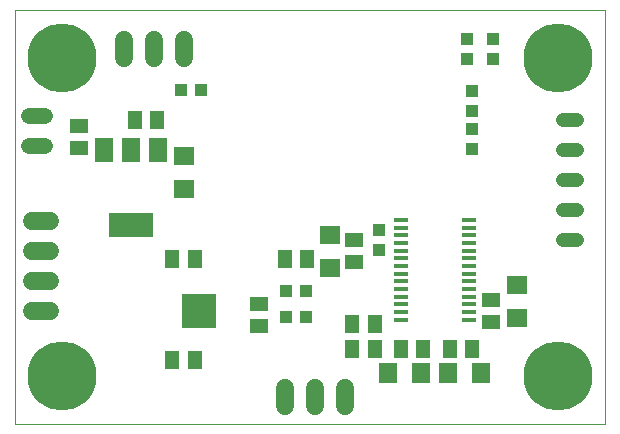
<source format=gbs>
G75*
%MOIN*%
%OFA0B0*%
%FSLAX25Y25*%
%IPPOS*%
%LPD*%
%AMOC8*
5,1,8,0,0,1.08239X$1,22.5*
%
%ADD10C,0.00000*%
%ADD11R,0.11250X0.11250*%
%ADD12R,0.06299X0.07087*%
%ADD13R,0.07087X0.06299*%
%ADD14R,0.05118X0.05906*%
%ADD15R,0.05906X0.05118*%
%ADD16R,0.04331X0.03937*%
%ADD17R,0.03937X0.04331*%
%ADD18C,0.04800*%
%ADD19C,0.06000*%
%ADD20R,0.04724X0.01575*%
%ADD21R,0.05906X0.07874*%
%ADD22R,0.14961X0.07874*%
%ADD23C,0.05400*%
%ADD24C,0.23000*%
D10*
X0007000Y0020587D02*
X0007000Y0158383D01*
X0203850Y0158383D01*
X0203850Y0020587D01*
X0007000Y0020587D01*
D11*
X0068250Y0058087D03*
D12*
X0131488Y0037462D03*
X0142512Y0037462D03*
X0151488Y0037462D03*
X0162512Y0037462D03*
D13*
X0174500Y0055701D03*
X0174500Y0066724D03*
X0112000Y0072576D03*
X0112000Y0083599D03*
X0063250Y0098826D03*
X0063250Y0109849D03*
D14*
X0054490Y0121837D03*
X0047010Y0121837D03*
X0059510Y0075587D03*
X0066990Y0075587D03*
X0097010Y0075587D03*
X0104490Y0075587D03*
X0119510Y0053712D03*
X0126990Y0053712D03*
X0126990Y0045587D03*
X0119510Y0045587D03*
X0135760Y0045587D03*
X0143240Y0045587D03*
X0152010Y0045587D03*
X0159490Y0045587D03*
X0066990Y0041837D03*
X0059510Y0041837D03*
D15*
X0088250Y0053097D03*
X0088250Y0060578D03*
X0120125Y0074347D03*
X0120125Y0081828D03*
X0165750Y0061828D03*
X0165750Y0054347D03*
X0028250Y0112472D03*
X0028250Y0119953D03*
D16*
X0097404Y0056212D03*
X0104096Y0056212D03*
X0128250Y0078491D03*
X0128250Y0085184D03*
X0159500Y0112241D03*
X0159500Y0118934D03*
X0159500Y0124741D03*
X0159500Y0131434D03*
X0157625Y0142241D03*
X0157625Y0148934D03*
X0166375Y0148934D03*
X0166375Y0142241D03*
D17*
X0104096Y0064962D03*
X0097404Y0064962D03*
X0069096Y0131837D03*
X0062404Y0131837D03*
D18*
X0189600Y0121837D02*
X0194400Y0121837D01*
X0194400Y0111837D02*
X0189600Y0111837D01*
X0189600Y0101837D02*
X0194400Y0101837D01*
X0194400Y0091837D02*
X0189600Y0091837D01*
X0189600Y0081837D02*
X0194400Y0081837D01*
D19*
X0117000Y0032337D02*
X0117000Y0026337D01*
X0107000Y0026337D02*
X0107000Y0032337D01*
X0097000Y0032337D02*
X0097000Y0026337D01*
X0018750Y0058087D02*
X0012750Y0058087D01*
X0012750Y0068087D02*
X0018750Y0068087D01*
X0018750Y0078087D02*
X0012750Y0078087D01*
X0012750Y0088087D02*
X0018750Y0088087D01*
X0043250Y0142587D02*
X0043250Y0148587D01*
X0053250Y0148587D02*
X0053250Y0142587D01*
X0063250Y0142587D02*
X0063250Y0148587D01*
D20*
X0135583Y0088471D03*
X0135583Y0085912D03*
X0135583Y0083353D03*
X0135583Y0080794D03*
X0135583Y0078235D03*
X0135583Y0075676D03*
X0135583Y0073117D03*
X0135583Y0070558D03*
X0135583Y0067999D03*
X0135583Y0065440D03*
X0135583Y0062881D03*
X0135583Y0060322D03*
X0135583Y0057763D03*
X0135583Y0055204D03*
X0158417Y0055204D03*
X0158417Y0057763D03*
X0158417Y0060322D03*
X0158417Y0062881D03*
X0158417Y0065440D03*
X0158417Y0067999D03*
X0158417Y0070558D03*
X0158417Y0073117D03*
X0158417Y0075676D03*
X0158417Y0078235D03*
X0158417Y0080794D03*
X0158417Y0083353D03*
X0158417Y0085912D03*
X0158417Y0088471D03*
D21*
X0054805Y0111739D03*
X0045750Y0111739D03*
X0036695Y0111739D03*
D22*
X0045750Y0086936D03*
D23*
X0017200Y0113087D02*
X0011800Y0113087D01*
X0011800Y0123087D02*
X0017200Y0123087D01*
D24*
X0022748Y0142635D03*
X0022748Y0036335D03*
X0188102Y0036335D03*
X0188102Y0142635D03*
M02*

</source>
